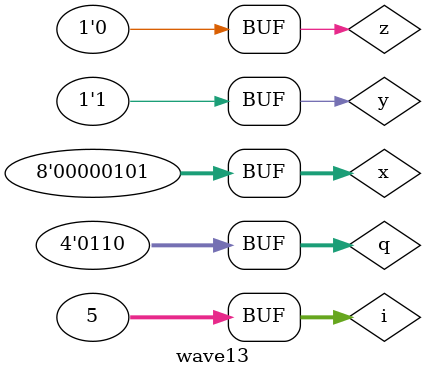
<source format=v>
module wave13;
  reg [7:0] x;
  reg       y;
  wire      z;
  wire [3:0] q;

  always @(z)
    y <= !z;

  assign z = ^x;

  assign q = x + 1;

  integer   i;
  initial begin
    x = 0;
    for (i = 0; i < 5; i++)
      #1 x = x + 1;
    $display("PASSED");
  end

endmodule // wave13

</source>
